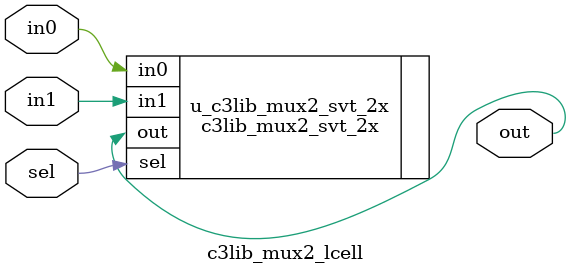
<source format=sv>

module  c3lib_mux2_lcell( 

  input  logic	in0,
  input	 logic	in1,
  input  logic	sel,
  output logic	out

); 

c3lib_mux2_svt_2x u_c3lib_mux2_svt_2x( 

  .in0	( in0 ),
  .in1	( in1 ),
  .sel	( sel ),
  .out	( out )

);

endmodule 


</source>
